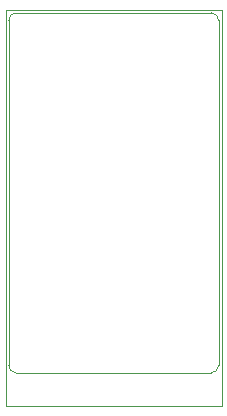
<source format=gbr>
%TF.GenerationSoftware,KiCad,Pcbnew,5.1.7+dfsg1-1~bpo10+1*%
%TF.CreationDate,Date%
%TF.ProjectId,ProMicro_TEST,50726f4d-6963-4726-9f5f-544553542e6b,v1.0*%
%TF.SameCoordinates,Original*%
%TF.FileFunction,Other,User*%
%FSLAX45Y45*%
G04 Gerber Fmt 4.5, Leading zero omitted, Abs format (unit mm)*
G04 Created by KiCad*
%MOMM*%
%LPD*%
G01*
G04 APERTURE LIST*
%TA.AperFunction,Profile*%
%ADD10C,0.100000*%
%TD*%
%ADD11C,0.050000*%
G04 APERTURE END LIST*
D10*
X127000Y2857500D02*
X127000Y-63500D01*
X-1651000Y-63500D02*
X-1651000Y2857500D01*
X-1587500Y-127000D02*
G75*
G02*
X-1651000Y-63500I0J63500D01*
G01*
X127000Y-63500D02*
G75*
G02*
X63500Y-127000I-63500J0D01*
G01*
X63500Y2921000D02*
G75*
G02*
X127000Y2857500I0J-63500D01*
G01*
X-1651000Y2857500D02*
G75*
G02*
X-1587500Y2921000I63500J0D01*
G01*
X63500Y-127000D02*
X-1587500Y-127000D01*
X-1587500Y2921000D02*
X63500Y2921000D01*
D11*
X152000Y-406000D02*
X-1676000Y-406000D01*
X152000Y-406000D02*
X152000Y2946000D01*
X-1676000Y2946000D02*
X-1676000Y-406000D01*
X-1676000Y2946000D02*
X152000Y2946000D01*
M02*

</source>
